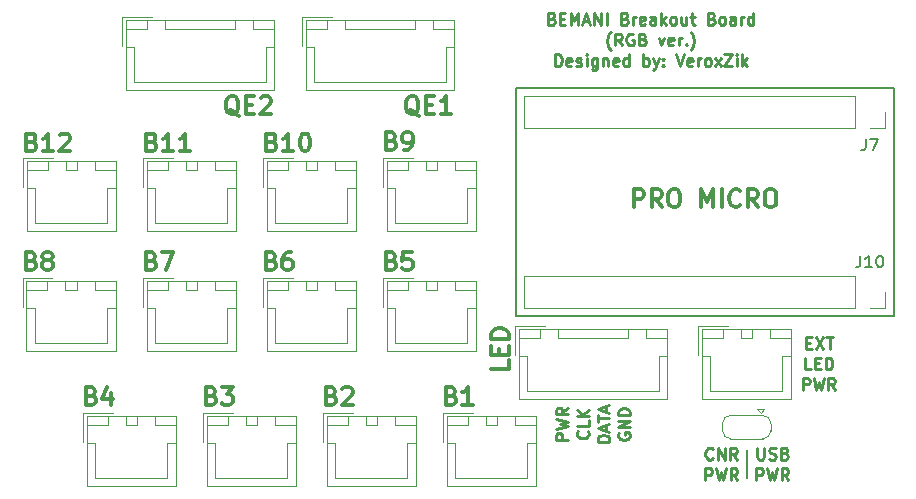
<source format=gbr>
G04 #@! TF.GenerationSoftware,KiCad,Pcbnew,(5.0.0)*
G04 #@! TF.CreationDate,2019-08-26T21:19:04-04:00*
G04 #@! TF.ProjectId,ProMicro-Breakout+RGB,50726F4D6963726F2D427265616B6F75,rev?*
G04 #@! TF.SameCoordinates,Original*
G04 #@! TF.FileFunction,Legend,Top*
G04 #@! TF.FilePolarity,Positive*
%FSLAX46Y46*%
G04 Gerber Fmt 4.6, Leading zero omitted, Abs format (unit mm)*
G04 Created by KiCad (PCBNEW (5.0.0)) date 08/26/19 21:19:04*
%MOMM*%
%LPD*%
G01*
G04 APERTURE LIST*
%ADD10C,0.250000*%
%ADD11C,0.300000*%
%ADD12C,0.200000*%
%ADD13C,0.120000*%
%ADD14C,0.150000*%
G04 APERTURE END LIST*
D10*
X155561380Y-128333333D02*
X154561380Y-128333333D01*
X154561380Y-127952380D01*
X154609000Y-127857142D01*
X154656619Y-127809523D01*
X154751857Y-127761904D01*
X154894714Y-127761904D01*
X154989952Y-127809523D01*
X155037571Y-127857142D01*
X155085190Y-127952380D01*
X155085190Y-128333333D01*
X154561380Y-127428571D02*
X155561380Y-127190476D01*
X154847095Y-127000000D01*
X155561380Y-126809523D01*
X154561380Y-126571428D01*
X155561380Y-125619047D02*
X155085190Y-125952380D01*
X155561380Y-126190476D02*
X154561380Y-126190476D01*
X154561380Y-125809523D01*
X154609000Y-125714285D01*
X154656619Y-125666666D01*
X154751857Y-125619047D01*
X154894714Y-125619047D01*
X154989952Y-125666666D01*
X155037571Y-125714285D01*
X155085190Y-125809523D01*
X155085190Y-126190476D01*
X157216142Y-127595238D02*
X157263761Y-127642857D01*
X157311380Y-127785714D01*
X157311380Y-127880952D01*
X157263761Y-128023809D01*
X157168523Y-128119047D01*
X157073285Y-128166666D01*
X156882809Y-128214285D01*
X156739952Y-128214285D01*
X156549476Y-128166666D01*
X156454238Y-128119047D01*
X156359000Y-128023809D01*
X156311380Y-127880952D01*
X156311380Y-127785714D01*
X156359000Y-127642857D01*
X156406619Y-127595238D01*
X157311380Y-126690476D02*
X157311380Y-127166666D01*
X156311380Y-127166666D01*
X157311380Y-126357142D02*
X156311380Y-126357142D01*
X157311380Y-125785714D02*
X156739952Y-126214285D01*
X156311380Y-125785714D02*
X156882809Y-126357142D01*
X159061380Y-128500000D02*
X158061380Y-128500000D01*
X158061380Y-128261904D01*
X158109000Y-128119047D01*
X158204238Y-128023809D01*
X158299476Y-127976190D01*
X158489952Y-127928571D01*
X158632809Y-127928571D01*
X158823285Y-127976190D01*
X158918523Y-128023809D01*
X159013761Y-128119047D01*
X159061380Y-128261904D01*
X159061380Y-128500000D01*
X158775666Y-127547619D02*
X158775666Y-127071428D01*
X159061380Y-127642857D02*
X158061380Y-127309523D01*
X159061380Y-126976190D01*
X158061380Y-126785714D02*
X158061380Y-126214285D01*
X159061380Y-126500000D02*
X158061380Y-126500000D01*
X158775666Y-125928571D02*
X158775666Y-125452380D01*
X159061380Y-126023809D02*
X158061380Y-125690476D01*
X159061380Y-125357142D01*
X159859000Y-127761904D02*
X159811380Y-127857142D01*
X159811380Y-128000000D01*
X159859000Y-128142857D01*
X159954238Y-128238095D01*
X160049476Y-128285714D01*
X160239952Y-128333333D01*
X160382809Y-128333333D01*
X160573285Y-128285714D01*
X160668523Y-128238095D01*
X160763761Y-128142857D01*
X160811380Y-128000000D01*
X160811380Y-127904761D01*
X160763761Y-127761904D01*
X160716142Y-127714285D01*
X160382809Y-127714285D01*
X160382809Y-127904761D01*
X160811380Y-127285714D02*
X159811380Y-127285714D01*
X160811380Y-126714285D01*
X159811380Y-126714285D01*
X160811380Y-126238095D02*
X159811380Y-126238095D01*
X159811380Y-126000000D01*
X159859000Y-125857142D01*
X159954238Y-125761904D01*
X160049476Y-125714285D01*
X160239952Y-125666666D01*
X160382809Y-125666666D01*
X160573285Y-125714285D01*
X160668523Y-125761904D01*
X160763761Y-125857142D01*
X160811380Y-126000000D01*
X160811380Y-126238095D01*
D11*
X130504571Y-103116857D02*
X130718857Y-103188285D01*
X130790285Y-103259714D01*
X130861714Y-103402571D01*
X130861714Y-103616857D01*
X130790285Y-103759714D01*
X130718857Y-103831142D01*
X130576000Y-103902571D01*
X130004571Y-103902571D01*
X130004571Y-102402571D01*
X130504571Y-102402571D01*
X130647428Y-102474000D01*
X130718857Y-102545428D01*
X130790285Y-102688285D01*
X130790285Y-102831142D01*
X130718857Y-102974000D01*
X130647428Y-103045428D01*
X130504571Y-103116857D01*
X130004571Y-103116857D01*
X132290285Y-103902571D02*
X131433142Y-103902571D01*
X131861714Y-103902571D02*
X131861714Y-102402571D01*
X131718857Y-102616857D01*
X131576000Y-102759714D01*
X131433142Y-102831142D01*
X133218857Y-102402571D02*
X133361714Y-102402571D01*
X133504571Y-102474000D01*
X133576000Y-102545428D01*
X133647428Y-102688285D01*
X133718857Y-102974000D01*
X133718857Y-103331142D01*
X133647428Y-103616857D01*
X133576000Y-103759714D01*
X133504571Y-103831142D01*
X133361714Y-103902571D01*
X133218857Y-103902571D01*
X133076000Y-103831142D01*
X133004571Y-103759714D01*
X132933142Y-103616857D01*
X132861714Y-103331142D01*
X132861714Y-102974000D01*
X132933142Y-102688285D01*
X133004571Y-102545428D01*
X133076000Y-102474000D01*
X133218857Y-102402571D01*
X110184571Y-103116857D02*
X110398857Y-103188285D01*
X110470285Y-103259714D01*
X110541714Y-103402571D01*
X110541714Y-103616857D01*
X110470285Y-103759714D01*
X110398857Y-103831142D01*
X110256000Y-103902571D01*
X109684571Y-103902571D01*
X109684571Y-102402571D01*
X110184571Y-102402571D01*
X110327428Y-102474000D01*
X110398857Y-102545428D01*
X110470285Y-102688285D01*
X110470285Y-102831142D01*
X110398857Y-102974000D01*
X110327428Y-103045428D01*
X110184571Y-103116857D01*
X109684571Y-103116857D01*
X111970285Y-103902571D02*
X111113142Y-103902571D01*
X111541714Y-103902571D02*
X111541714Y-102402571D01*
X111398857Y-102616857D01*
X111256000Y-102759714D01*
X111113142Y-102831142D01*
X112541714Y-102545428D02*
X112613142Y-102474000D01*
X112756000Y-102402571D01*
X113113142Y-102402571D01*
X113256000Y-102474000D01*
X113327428Y-102545428D01*
X113398857Y-102688285D01*
X113398857Y-102831142D01*
X113327428Y-103045428D01*
X112470285Y-103902571D01*
X113398857Y-103902571D01*
X120344571Y-103116857D02*
X120558857Y-103188285D01*
X120630285Y-103259714D01*
X120701714Y-103402571D01*
X120701714Y-103616857D01*
X120630285Y-103759714D01*
X120558857Y-103831142D01*
X120416000Y-103902571D01*
X119844571Y-103902571D01*
X119844571Y-102402571D01*
X120344571Y-102402571D01*
X120487428Y-102474000D01*
X120558857Y-102545428D01*
X120630285Y-102688285D01*
X120630285Y-102831142D01*
X120558857Y-102974000D01*
X120487428Y-103045428D01*
X120344571Y-103116857D01*
X119844571Y-103116857D01*
X122130285Y-103902571D02*
X121273142Y-103902571D01*
X121701714Y-103902571D02*
X121701714Y-102402571D01*
X121558857Y-102616857D01*
X121416000Y-102759714D01*
X121273142Y-102831142D01*
X123558857Y-103902571D02*
X122701714Y-103902571D01*
X123130285Y-103902571D02*
X123130285Y-102402571D01*
X122987428Y-102616857D01*
X122844571Y-102759714D01*
X122701714Y-102831142D01*
X150538571Y-121614285D02*
X150538571Y-122328571D01*
X149038571Y-122328571D01*
X149752857Y-121114285D02*
X149752857Y-120614285D01*
X150538571Y-120400000D02*
X150538571Y-121114285D01*
X149038571Y-121114285D01*
X149038571Y-120400000D01*
X150538571Y-119757142D02*
X149038571Y-119757142D01*
X149038571Y-119400000D01*
X149110000Y-119185714D01*
X149252857Y-119042857D01*
X149395714Y-118971428D01*
X149681428Y-118900000D01*
X149895714Y-118900000D01*
X150181428Y-118971428D01*
X150324285Y-119042857D01*
X150467142Y-119185714D01*
X150538571Y-119400000D01*
X150538571Y-119757142D01*
X127702571Y-100897428D02*
X127559714Y-100826000D01*
X127416857Y-100683142D01*
X127202571Y-100468857D01*
X127059714Y-100397428D01*
X126916857Y-100397428D01*
X126988285Y-100754571D02*
X126845428Y-100683142D01*
X126702571Y-100540285D01*
X126631142Y-100254571D01*
X126631142Y-99754571D01*
X126702571Y-99468857D01*
X126845428Y-99326000D01*
X126988285Y-99254571D01*
X127274000Y-99254571D01*
X127416857Y-99326000D01*
X127559714Y-99468857D01*
X127631142Y-99754571D01*
X127631142Y-100254571D01*
X127559714Y-100540285D01*
X127416857Y-100683142D01*
X127274000Y-100754571D01*
X126988285Y-100754571D01*
X128274000Y-99968857D02*
X128774000Y-99968857D01*
X128988285Y-100754571D02*
X128274000Y-100754571D01*
X128274000Y-99254571D01*
X128988285Y-99254571D01*
X129559714Y-99397428D02*
X129631142Y-99326000D01*
X129774000Y-99254571D01*
X130131142Y-99254571D01*
X130274000Y-99326000D01*
X130345428Y-99397428D01*
X130416857Y-99540285D01*
X130416857Y-99683142D01*
X130345428Y-99897428D01*
X129488285Y-100754571D01*
X130416857Y-100754571D01*
D10*
X175712571Y-120098571D02*
X176045904Y-120098571D01*
X176188761Y-120622380D02*
X175712571Y-120622380D01*
X175712571Y-119622380D01*
X176188761Y-119622380D01*
X176522095Y-119622380D02*
X177188761Y-120622380D01*
X177188761Y-119622380D02*
X176522095Y-120622380D01*
X177426857Y-119622380D02*
X177998285Y-119622380D01*
X177712571Y-120622380D02*
X177712571Y-119622380D01*
X176141142Y-122372380D02*
X175664952Y-122372380D01*
X175664952Y-121372380D01*
X176474476Y-121848571D02*
X176807809Y-121848571D01*
X176950666Y-122372380D02*
X176474476Y-122372380D01*
X176474476Y-121372380D01*
X176950666Y-121372380D01*
X177379238Y-122372380D02*
X177379238Y-121372380D01*
X177617333Y-121372380D01*
X177760190Y-121420000D01*
X177855428Y-121515238D01*
X177903047Y-121610476D01*
X177950666Y-121800952D01*
X177950666Y-121943809D01*
X177903047Y-122134285D01*
X177855428Y-122229523D01*
X177760190Y-122324761D01*
X177617333Y-122372380D01*
X177379238Y-122372380D01*
X175450666Y-124122380D02*
X175450666Y-123122380D01*
X175831619Y-123122380D01*
X175926857Y-123170000D01*
X175974476Y-123217619D01*
X176022095Y-123312857D01*
X176022095Y-123455714D01*
X175974476Y-123550952D01*
X175926857Y-123598571D01*
X175831619Y-123646190D01*
X175450666Y-123646190D01*
X176355428Y-123122380D02*
X176593523Y-124122380D01*
X176784000Y-123408095D01*
X176974476Y-124122380D01*
X177212571Y-123122380D01*
X178164952Y-124122380D02*
X177831619Y-123646190D01*
X177593523Y-124122380D02*
X177593523Y-123122380D01*
X177974476Y-123122380D01*
X178069714Y-123170000D01*
X178117333Y-123217619D01*
X178164952Y-123312857D01*
X178164952Y-123455714D01*
X178117333Y-123550952D01*
X178069714Y-123598571D01*
X177974476Y-123646190D01*
X177593523Y-123646190D01*
D12*
X170688000Y-129159000D02*
X170688000Y-131572000D01*
D10*
X167814714Y-129911142D02*
X167767095Y-129958761D01*
X167624238Y-130006380D01*
X167529000Y-130006380D01*
X167386142Y-129958761D01*
X167290904Y-129863523D01*
X167243285Y-129768285D01*
X167195666Y-129577809D01*
X167195666Y-129434952D01*
X167243285Y-129244476D01*
X167290904Y-129149238D01*
X167386142Y-129054000D01*
X167529000Y-129006380D01*
X167624238Y-129006380D01*
X167767095Y-129054000D01*
X167814714Y-129101619D01*
X168243285Y-130006380D02*
X168243285Y-129006380D01*
X168814714Y-130006380D01*
X168814714Y-129006380D01*
X169862333Y-130006380D02*
X169529000Y-129530190D01*
X169290904Y-130006380D02*
X169290904Y-129006380D01*
X169671857Y-129006380D01*
X169767095Y-129054000D01*
X169814714Y-129101619D01*
X169862333Y-129196857D01*
X169862333Y-129339714D01*
X169814714Y-129434952D01*
X169767095Y-129482571D01*
X169671857Y-129530190D01*
X169290904Y-129530190D01*
X167195666Y-131756380D02*
X167195666Y-130756380D01*
X167576619Y-130756380D01*
X167671857Y-130804000D01*
X167719476Y-130851619D01*
X167767095Y-130946857D01*
X167767095Y-131089714D01*
X167719476Y-131184952D01*
X167671857Y-131232571D01*
X167576619Y-131280190D01*
X167195666Y-131280190D01*
X168100428Y-130756380D02*
X168338523Y-131756380D01*
X168529000Y-131042095D01*
X168719476Y-131756380D01*
X168957571Y-130756380D01*
X169909952Y-131756380D02*
X169576619Y-131280190D01*
X169338523Y-131756380D02*
X169338523Y-130756380D01*
X169719476Y-130756380D01*
X169814714Y-130804000D01*
X169862333Y-130851619D01*
X169909952Y-130946857D01*
X169909952Y-131089714D01*
X169862333Y-131184952D01*
X169814714Y-131232571D01*
X169719476Y-131280190D01*
X169338523Y-131280190D01*
X171585095Y-129006380D02*
X171585095Y-129815904D01*
X171632714Y-129911142D01*
X171680333Y-129958761D01*
X171775571Y-130006380D01*
X171966047Y-130006380D01*
X172061285Y-129958761D01*
X172108904Y-129911142D01*
X172156523Y-129815904D01*
X172156523Y-129006380D01*
X172585095Y-129958761D02*
X172727952Y-130006380D01*
X172966047Y-130006380D01*
X173061285Y-129958761D01*
X173108904Y-129911142D01*
X173156523Y-129815904D01*
X173156523Y-129720666D01*
X173108904Y-129625428D01*
X173061285Y-129577809D01*
X172966047Y-129530190D01*
X172775571Y-129482571D01*
X172680333Y-129434952D01*
X172632714Y-129387333D01*
X172585095Y-129292095D01*
X172585095Y-129196857D01*
X172632714Y-129101619D01*
X172680333Y-129054000D01*
X172775571Y-129006380D01*
X173013666Y-129006380D01*
X173156523Y-129054000D01*
X173918428Y-129482571D02*
X174061285Y-129530190D01*
X174108904Y-129577809D01*
X174156523Y-129673047D01*
X174156523Y-129815904D01*
X174108904Y-129911142D01*
X174061285Y-129958761D01*
X173966047Y-130006380D01*
X173585095Y-130006380D01*
X173585095Y-129006380D01*
X173918428Y-129006380D01*
X174013666Y-129054000D01*
X174061285Y-129101619D01*
X174108904Y-129196857D01*
X174108904Y-129292095D01*
X174061285Y-129387333D01*
X174013666Y-129434952D01*
X173918428Y-129482571D01*
X173585095Y-129482571D01*
X171513666Y-131756380D02*
X171513666Y-130756380D01*
X171894619Y-130756380D01*
X171989857Y-130804000D01*
X172037476Y-130851619D01*
X172085095Y-130946857D01*
X172085095Y-131089714D01*
X172037476Y-131184952D01*
X171989857Y-131232571D01*
X171894619Y-131280190D01*
X171513666Y-131280190D01*
X172418428Y-130756380D02*
X172656523Y-131756380D01*
X172847000Y-131042095D01*
X173037476Y-131756380D01*
X173275571Y-130756380D01*
X174227952Y-131756380D02*
X173894619Y-131280190D01*
X173656523Y-131756380D02*
X173656523Y-130756380D01*
X174037476Y-130756380D01*
X174132714Y-130804000D01*
X174180333Y-130851619D01*
X174227952Y-130946857D01*
X174227952Y-131089714D01*
X174180333Y-131184952D01*
X174132714Y-131232571D01*
X174037476Y-131280190D01*
X173656523Y-131280190D01*
X154202857Y-92666571D02*
X154345714Y-92714190D01*
X154393333Y-92761809D01*
X154440952Y-92857047D01*
X154440952Y-92999904D01*
X154393333Y-93095142D01*
X154345714Y-93142761D01*
X154250476Y-93190380D01*
X153869523Y-93190380D01*
X153869523Y-92190380D01*
X154202857Y-92190380D01*
X154298095Y-92238000D01*
X154345714Y-92285619D01*
X154393333Y-92380857D01*
X154393333Y-92476095D01*
X154345714Y-92571333D01*
X154298095Y-92618952D01*
X154202857Y-92666571D01*
X153869523Y-92666571D01*
X154869523Y-92666571D02*
X155202857Y-92666571D01*
X155345714Y-93190380D02*
X154869523Y-93190380D01*
X154869523Y-92190380D01*
X155345714Y-92190380D01*
X155774285Y-93190380D02*
X155774285Y-92190380D01*
X156107619Y-92904666D01*
X156440952Y-92190380D01*
X156440952Y-93190380D01*
X156869523Y-92904666D02*
X157345714Y-92904666D01*
X156774285Y-93190380D02*
X157107619Y-92190380D01*
X157440952Y-93190380D01*
X157774285Y-93190380D02*
X157774285Y-92190380D01*
X158345714Y-93190380D01*
X158345714Y-92190380D01*
X158821904Y-93190380D02*
X158821904Y-92190380D01*
X160393333Y-92666571D02*
X160536190Y-92714190D01*
X160583809Y-92761809D01*
X160631428Y-92857047D01*
X160631428Y-92999904D01*
X160583809Y-93095142D01*
X160536190Y-93142761D01*
X160440952Y-93190380D01*
X160060000Y-93190380D01*
X160060000Y-92190380D01*
X160393333Y-92190380D01*
X160488571Y-92238000D01*
X160536190Y-92285619D01*
X160583809Y-92380857D01*
X160583809Y-92476095D01*
X160536190Y-92571333D01*
X160488571Y-92618952D01*
X160393333Y-92666571D01*
X160060000Y-92666571D01*
X161060000Y-93190380D02*
X161060000Y-92523714D01*
X161060000Y-92714190D02*
X161107619Y-92618952D01*
X161155238Y-92571333D01*
X161250476Y-92523714D01*
X161345714Y-92523714D01*
X162060000Y-93142761D02*
X161964761Y-93190380D01*
X161774285Y-93190380D01*
X161679047Y-93142761D01*
X161631428Y-93047523D01*
X161631428Y-92666571D01*
X161679047Y-92571333D01*
X161774285Y-92523714D01*
X161964761Y-92523714D01*
X162060000Y-92571333D01*
X162107619Y-92666571D01*
X162107619Y-92761809D01*
X161631428Y-92857047D01*
X162964761Y-93190380D02*
X162964761Y-92666571D01*
X162917142Y-92571333D01*
X162821904Y-92523714D01*
X162631428Y-92523714D01*
X162536190Y-92571333D01*
X162964761Y-93142761D02*
X162869523Y-93190380D01*
X162631428Y-93190380D01*
X162536190Y-93142761D01*
X162488571Y-93047523D01*
X162488571Y-92952285D01*
X162536190Y-92857047D01*
X162631428Y-92809428D01*
X162869523Y-92809428D01*
X162964761Y-92761809D01*
X163440952Y-93190380D02*
X163440952Y-92190380D01*
X163536190Y-92809428D02*
X163821904Y-93190380D01*
X163821904Y-92523714D02*
X163440952Y-92904666D01*
X164393333Y-93190380D02*
X164298095Y-93142761D01*
X164250476Y-93095142D01*
X164202857Y-92999904D01*
X164202857Y-92714190D01*
X164250476Y-92618952D01*
X164298095Y-92571333D01*
X164393333Y-92523714D01*
X164536190Y-92523714D01*
X164631428Y-92571333D01*
X164679047Y-92618952D01*
X164726666Y-92714190D01*
X164726666Y-92999904D01*
X164679047Y-93095142D01*
X164631428Y-93142761D01*
X164536190Y-93190380D01*
X164393333Y-93190380D01*
X165583809Y-92523714D02*
X165583809Y-93190380D01*
X165155238Y-92523714D02*
X165155238Y-93047523D01*
X165202857Y-93142761D01*
X165298095Y-93190380D01*
X165440952Y-93190380D01*
X165536190Y-93142761D01*
X165583809Y-93095142D01*
X165917142Y-92523714D02*
X166298095Y-92523714D01*
X166060000Y-92190380D02*
X166060000Y-93047523D01*
X166107619Y-93142761D01*
X166202857Y-93190380D01*
X166298095Y-93190380D01*
X167726666Y-92666571D02*
X167869523Y-92714190D01*
X167917142Y-92761809D01*
X167964761Y-92857047D01*
X167964761Y-92999904D01*
X167917142Y-93095142D01*
X167869523Y-93142761D01*
X167774285Y-93190380D01*
X167393333Y-93190380D01*
X167393333Y-92190380D01*
X167726666Y-92190380D01*
X167821904Y-92238000D01*
X167869523Y-92285619D01*
X167917142Y-92380857D01*
X167917142Y-92476095D01*
X167869523Y-92571333D01*
X167821904Y-92618952D01*
X167726666Y-92666571D01*
X167393333Y-92666571D01*
X168536190Y-93190380D02*
X168440952Y-93142761D01*
X168393333Y-93095142D01*
X168345714Y-92999904D01*
X168345714Y-92714190D01*
X168393333Y-92618952D01*
X168440952Y-92571333D01*
X168536190Y-92523714D01*
X168679047Y-92523714D01*
X168774285Y-92571333D01*
X168821904Y-92618952D01*
X168869523Y-92714190D01*
X168869523Y-92999904D01*
X168821904Y-93095142D01*
X168774285Y-93142761D01*
X168679047Y-93190380D01*
X168536190Y-93190380D01*
X169726666Y-93190380D02*
X169726666Y-92666571D01*
X169679047Y-92571333D01*
X169583809Y-92523714D01*
X169393333Y-92523714D01*
X169298095Y-92571333D01*
X169726666Y-93142761D02*
X169631428Y-93190380D01*
X169393333Y-93190380D01*
X169298095Y-93142761D01*
X169250476Y-93047523D01*
X169250476Y-92952285D01*
X169298095Y-92857047D01*
X169393333Y-92809428D01*
X169631428Y-92809428D01*
X169726666Y-92761809D01*
X170202857Y-93190380D02*
X170202857Y-92523714D01*
X170202857Y-92714190D02*
X170250476Y-92618952D01*
X170298095Y-92571333D01*
X170393333Y-92523714D01*
X170488571Y-92523714D01*
X171250476Y-93190380D02*
X171250476Y-92190380D01*
X171250476Y-93142761D02*
X171155238Y-93190380D01*
X170964761Y-93190380D01*
X170869523Y-93142761D01*
X170821904Y-93095142D01*
X170774285Y-92999904D01*
X170774285Y-92714190D01*
X170821904Y-92618952D01*
X170869523Y-92571333D01*
X170964761Y-92523714D01*
X171155238Y-92523714D01*
X171250476Y-92571333D01*
X159179047Y-95321333D02*
X159131428Y-95273714D01*
X159036190Y-95130857D01*
X158988571Y-95035619D01*
X158940952Y-94892761D01*
X158893333Y-94654666D01*
X158893333Y-94464190D01*
X158940952Y-94226095D01*
X158988571Y-94083238D01*
X159036190Y-93988000D01*
X159131428Y-93845142D01*
X159179047Y-93797523D01*
X160131428Y-94940380D02*
X159798095Y-94464190D01*
X159560000Y-94940380D02*
X159560000Y-93940380D01*
X159940952Y-93940380D01*
X160036190Y-93988000D01*
X160083809Y-94035619D01*
X160131428Y-94130857D01*
X160131428Y-94273714D01*
X160083809Y-94368952D01*
X160036190Y-94416571D01*
X159940952Y-94464190D01*
X159560000Y-94464190D01*
X161083809Y-93988000D02*
X160988571Y-93940380D01*
X160845714Y-93940380D01*
X160702857Y-93988000D01*
X160607619Y-94083238D01*
X160560000Y-94178476D01*
X160512380Y-94368952D01*
X160512380Y-94511809D01*
X160560000Y-94702285D01*
X160607619Y-94797523D01*
X160702857Y-94892761D01*
X160845714Y-94940380D01*
X160940952Y-94940380D01*
X161083809Y-94892761D01*
X161131428Y-94845142D01*
X161131428Y-94511809D01*
X160940952Y-94511809D01*
X161893333Y-94416571D02*
X162036190Y-94464190D01*
X162083809Y-94511809D01*
X162131428Y-94607047D01*
X162131428Y-94749904D01*
X162083809Y-94845142D01*
X162036190Y-94892761D01*
X161940952Y-94940380D01*
X161560000Y-94940380D01*
X161560000Y-93940380D01*
X161893333Y-93940380D01*
X161988571Y-93988000D01*
X162036190Y-94035619D01*
X162083809Y-94130857D01*
X162083809Y-94226095D01*
X162036190Y-94321333D01*
X161988571Y-94368952D01*
X161893333Y-94416571D01*
X161560000Y-94416571D01*
X163226666Y-94273714D02*
X163464761Y-94940380D01*
X163702857Y-94273714D01*
X164464761Y-94892761D02*
X164369523Y-94940380D01*
X164179047Y-94940380D01*
X164083809Y-94892761D01*
X164036190Y-94797523D01*
X164036190Y-94416571D01*
X164083809Y-94321333D01*
X164179047Y-94273714D01*
X164369523Y-94273714D01*
X164464761Y-94321333D01*
X164512380Y-94416571D01*
X164512380Y-94511809D01*
X164036190Y-94607047D01*
X164940952Y-94940380D02*
X164940952Y-94273714D01*
X164940952Y-94464190D02*
X164988571Y-94368952D01*
X165036190Y-94321333D01*
X165131428Y-94273714D01*
X165226666Y-94273714D01*
X165560000Y-94845142D02*
X165607619Y-94892761D01*
X165560000Y-94940380D01*
X165512380Y-94892761D01*
X165560000Y-94845142D01*
X165560000Y-94940380D01*
X165940952Y-95321333D02*
X165988571Y-95273714D01*
X166083809Y-95130857D01*
X166131428Y-95035619D01*
X166179047Y-94892761D01*
X166226666Y-94654666D01*
X166226666Y-94464190D01*
X166179047Y-94226095D01*
X166131428Y-94083238D01*
X166083809Y-93988000D01*
X165988571Y-93845142D01*
X165940952Y-93797523D01*
X154464761Y-96690380D02*
X154464761Y-95690380D01*
X154702857Y-95690380D01*
X154845714Y-95738000D01*
X154940952Y-95833238D01*
X154988571Y-95928476D01*
X155036190Y-96118952D01*
X155036190Y-96261809D01*
X154988571Y-96452285D01*
X154940952Y-96547523D01*
X154845714Y-96642761D01*
X154702857Y-96690380D01*
X154464761Y-96690380D01*
X155845714Y-96642761D02*
X155750476Y-96690380D01*
X155560000Y-96690380D01*
X155464761Y-96642761D01*
X155417142Y-96547523D01*
X155417142Y-96166571D01*
X155464761Y-96071333D01*
X155560000Y-96023714D01*
X155750476Y-96023714D01*
X155845714Y-96071333D01*
X155893333Y-96166571D01*
X155893333Y-96261809D01*
X155417142Y-96357047D01*
X156274285Y-96642761D02*
X156369523Y-96690380D01*
X156560000Y-96690380D01*
X156655238Y-96642761D01*
X156702857Y-96547523D01*
X156702857Y-96499904D01*
X156655238Y-96404666D01*
X156560000Y-96357047D01*
X156417142Y-96357047D01*
X156321904Y-96309428D01*
X156274285Y-96214190D01*
X156274285Y-96166571D01*
X156321904Y-96071333D01*
X156417142Y-96023714D01*
X156560000Y-96023714D01*
X156655238Y-96071333D01*
X157131428Y-96690380D02*
X157131428Y-96023714D01*
X157131428Y-95690380D02*
X157083809Y-95738000D01*
X157131428Y-95785619D01*
X157179047Y-95738000D01*
X157131428Y-95690380D01*
X157131428Y-95785619D01*
X158036190Y-96023714D02*
X158036190Y-96833238D01*
X157988571Y-96928476D01*
X157940952Y-96976095D01*
X157845714Y-97023714D01*
X157702857Y-97023714D01*
X157607619Y-96976095D01*
X158036190Y-96642761D02*
X157940952Y-96690380D01*
X157750476Y-96690380D01*
X157655238Y-96642761D01*
X157607619Y-96595142D01*
X157560000Y-96499904D01*
X157560000Y-96214190D01*
X157607619Y-96118952D01*
X157655238Y-96071333D01*
X157750476Y-96023714D01*
X157940952Y-96023714D01*
X158036190Y-96071333D01*
X158512380Y-96023714D02*
X158512380Y-96690380D01*
X158512380Y-96118952D02*
X158560000Y-96071333D01*
X158655238Y-96023714D01*
X158798095Y-96023714D01*
X158893333Y-96071333D01*
X158940952Y-96166571D01*
X158940952Y-96690380D01*
X159798095Y-96642761D02*
X159702857Y-96690380D01*
X159512380Y-96690380D01*
X159417142Y-96642761D01*
X159369523Y-96547523D01*
X159369523Y-96166571D01*
X159417142Y-96071333D01*
X159512380Y-96023714D01*
X159702857Y-96023714D01*
X159798095Y-96071333D01*
X159845714Y-96166571D01*
X159845714Y-96261809D01*
X159369523Y-96357047D01*
X160702857Y-96690380D02*
X160702857Y-95690380D01*
X160702857Y-96642761D02*
X160607619Y-96690380D01*
X160417142Y-96690380D01*
X160321904Y-96642761D01*
X160274285Y-96595142D01*
X160226666Y-96499904D01*
X160226666Y-96214190D01*
X160274285Y-96118952D01*
X160321904Y-96071333D01*
X160417142Y-96023714D01*
X160607619Y-96023714D01*
X160702857Y-96071333D01*
X161940952Y-96690380D02*
X161940952Y-95690380D01*
X161940952Y-96071333D02*
X162036190Y-96023714D01*
X162226666Y-96023714D01*
X162321904Y-96071333D01*
X162369523Y-96118952D01*
X162417142Y-96214190D01*
X162417142Y-96499904D01*
X162369523Y-96595142D01*
X162321904Y-96642761D01*
X162226666Y-96690380D01*
X162036190Y-96690380D01*
X161940952Y-96642761D01*
X162750476Y-96023714D02*
X162988571Y-96690380D01*
X163226666Y-96023714D02*
X162988571Y-96690380D01*
X162893333Y-96928476D01*
X162845714Y-96976095D01*
X162750476Y-97023714D01*
X163607619Y-96595142D02*
X163655238Y-96642761D01*
X163607619Y-96690380D01*
X163560000Y-96642761D01*
X163607619Y-96595142D01*
X163607619Y-96690380D01*
X163607619Y-96071333D02*
X163655238Y-96118952D01*
X163607619Y-96166571D01*
X163560000Y-96118952D01*
X163607619Y-96071333D01*
X163607619Y-96166571D01*
X164702857Y-95690380D02*
X165036190Y-96690380D01*
X165369523Y-95690380D01*
X166083809Y-96642761D02*
X165988571Y-96690380D01*
X165798095Y-96690380D01*
X165702857Y-96642761D01*
X165655238Y-96547523D01*
X165655238Y-96166571D01*
X165702857Y-96071333D01*
X165798095Y-96023714D01*
X165988571Y-96023714D01*
X166083809Y-96071333D01*
X166131428Y-96166571D01*
X166131428Y-96261809D01*
X165655238Y-96357047D01*
X166560000Y-96690380D02*
X166560000Y-96023714D01*
X166560000Y-96214190D02*
X166607619Y-96118952D01*
X166655238Y-96071333D01*
X166750476Y-96023714D01*
X166845714Y-96023714D01*
X167321904Y-96690380D02*
X167226666Y-96642761D01*
X167179047Y-96595142D01*
X167131428Y-96499904D01*
X167131428Y-96214190D01*
X167179047Y-96118952D01*
X167226666Y-96071333D01*
X167321904Y-96023714D01*
X167464761Y-96023714D01*
X167560000Y-96071333D01*
X167607619Y-96118952D01*
X167655238Y-96214190D01*
X167655238Y-96499904D01*
X167607619Y-96595142D01*
X167560000Y-96642761D01*
X167464761Y-96690380D01*
X167321904Y-96690380D01*
X167988571Y-96690380D02*
X168512380Y-96023714D01*
X167988571Y-96023714D02*
X168512380Y-96690380D01*
X168798095Y-95690380D02*
X169464761Y-95690380D01*
X168798095Y-96690380D01*
X169464761Y-96690380D01*
X169845714Y-96690380D02*
X169845714Y-96023714D01*
X169845714Y-95690380D02*
X169798095Y-95738000D01*
X169845714Y-95785619D01*
X169893333Y-95738000D01*
X169845714Y-95690380D01*
X169845714Y-95785619D01*
X170321904Y-96690380D02*
X170321904Y-95690380D01*
X170417142Y-96309428D02*
X170702857Y-96690380D01*
X170702857Y-96023714D02*
X170321904Y-96404666D01*
D11*
X142942571Y-100897428D02*
X142799714Y-100826000D01*
X142656857Y-100683142D01*
X142442571Y-100468857D01*
X142299714Y-100397428D01*
X142156857Y-100397428D01*
X142228285Y-100754571D02*
X142085428Y-100683142D01*
X141942571Y-100540285D01*
X141871142Y-100254571D01*
X141871142Y-99754571D01*
X141942571Y-99468857D01*
X142085428Y-99326000D01*
X142228285Y-99254571D01*
X142514000Y-99254571D01*
X142656857Y-99326000D01*
X142799714Y-99468857D01*
X142871142Y-99754571D01*
X142871142Y-100254571D01*
X142799714Y-100540285D01*
X142656857Y-100683142D01*
X142514000Y-100754571D01*
X142228285Y-100754571D01*
X143514000Y-99968857D02*
X144014000Y-99968857D01*
X144228285Y-100754571D02*
X143514000Y-100754571D01*
X143514000Y-99254571D01*
X144228285Y-99254571D01*
X145656857Y-100754571D02*
X144799714Y-100754571D01*
X145228285Y-100754571D02*
X145228285Y-99254571D01*
X145085428Y-99468857D01*
X144942571Y-99611714D01*
X144799714Y-99683142D01*
X140616857Y-103016857D02*
X140831142Y-103088285D01*
X140902571Y-103159714D01*
X140974000Y-103302571D01*
X140974000Y-103516857D01*
X140902571Y-103659714D01*
X140831142Y-103731142D01*
X140688285Y-103802571D01*
X140116857Y-103802571D01*
X140116857Y-102302571D01*
X140616857Y-102302571D01*
X140759714Y-102374000D01*
X140831142Y-102445428D01*
X140902571Y-102588285D01*
X140902571Y-102731142D01*
X140831142Y-102874000D01*
X140759714Y-102945428D01*
X140616857Y-103016857D01*
X140116857Y-103016857D01*
X141688285Y-103802571D02*
X141974000Y-103802571D01*
X142116857Y-103731142D01*
X142188285Y-103659714D01*
X142331142Y-103445428D01*
X142402571Y-103159714D01*
X142402571Y-102588285D01*
X142331142Y-102445428D01*
X142259714Y-102374000D01*
X142116857Y-102302571D01*
X141831142Y-102302571D01*
X141688285Y-102374000D01*
X141616857Y-102445428D01*
X141545428Y-102588285D01*
X141545428Y-102945428D01*
X141616857Y-103088285D01*
X141688285Y-103159714D01*
X141831142Y-103231142D01*
X142116857Y-103231142D01*
X142259714Y-103159714D01*
X142331142Y-103088285D01*
X142402571Y-102945428D01*
X110136857Y-113176857D02*
X110351142Y-113248285D01*
X110422571Y-113319714D01*
X110494000Y-113462571D01*
X110494000Y-113676857D01*
X110422571Y-113819714D01*
X110351142Y-113891142D01*
X110208285Y-113962571D01*
X109636857Y-113962571D01*
X109636857Y-112462571D01*
X110136857Y-112462571D01*
X110279714Y-112534000D01*
X110351142Y-112605428D01*
X110422571Y-112748285D01*
X110422571Y-112891142D01*
X110351142Y-113034000D01*
X110279714Y-113105428D01*
X110136857Y-113176857D01*
X109636857Y-113176857D01*
X111351142Y-113105428D02*
X111208285Y-113034000D01*
X111136857Y-112962571D01*
X111065428Y-112819714D01*
X111065428Y-112748285D01*
X111136857Y-112605428D01*
X111208285Y-112534000D01*
X111351142Y-112462571D01*
X111636857Y-112462571D01*
X111779714Y-112534000D01*
X111851142Y-112605428D01*
X111922571Y-112748285D01*
X111922571Y-112819714D01*
X111851142Y-112962571D01*
X111779714Y-113034000D01*
X111636857Y-113105428D01*
X111351142Y-113105428D01*
X111208285Y-113176857D01*
X111136857Y-113248285D01*
X111065428Y-113391142D01*
X111065428Y-113676857D01*
X111136857Y-113819714D01*
X111208285Y-113891142D01*
X111351142Y-113962571D01*
X111636857Y-113962571D01*
X111779714Y-113891142D01*
X111851142Y-113819714D01*
X111922571Y-113676857D01*
X111922571Y-113391142D01*
X111851142Y-113248285D01*
X111779714Y-113176857D01*
X111636857Y-113105428D01*
X120296857Y-113176857D02*
X120511142Y-113248285D01*
X120582571Y-113319714D01*
X120654000Y-113462571D01*
X120654000Y-113676857D01*
X120582571Y-113819714D01*
X120511142Y-113891142D01*
X120368285Y-113962571D01*
X119796857Y-113962571D01*
X119796857Y-112462571D01*
X120296857Y-112462571D01*
X120439714Y-112534000D01*
X120511142Y-112605428D01*
X120582571Y-112748285D01*
X120582571Y-112891142D01*
X120511142Y-113034000D01*
X120439714Y-113105428D01*
X120296857Y-113176857D01*
X119796857Y-113176857D01*
X121154000Y-112462571D02*
X122154000Y-112462571D01*
X121511142Y-113962571D01*
X130456857Y-113176857D02*
X130671142Y-113248285D01*
X130742571Y-113319714D01*
X130814000Y-113462571D01*
X130814000Y-113676857D01*
X130742571Y-113819714D01*
X130671142Y-113891142D01*
X130528285Y-113962571D01*
X129956857Y-113962571D01*
X129956857Y-112462571D01*
X130456857Y-112462571D01*
X130599714Y-112534000D01*
X130671142Y-112605428D01*
X130742571Y-112748285D01*
X130742571Y-112891142D01*
X130671142Y-113034000D01*
X130599714Y-113105428D01*
X130456857Y-113176857D01*
X129956857Y-113176857D01*
X132099714Y-112462571D02*
X131814000Y-112462571D01*
X131671142Y-112534000D01*
X131599714Y-112605428D01*
X131456857Y-112819714D01*
X131385428Y-113105428D01*
X131385428Y-113676857D01*
X131456857Y-113819714D01*
X131528285Y-113891142D01*
X131671142Y-113962571D01*
X131956857Y-113962571D01*
X132099714Y-113891142D01*
X132171142Y-113819714D01*
X132242571Y-113676857D01*
X132242571Y-113319714D01*
X132171142Y-113176857D01*
X132099714Y-113105428D01*
X131956857Y-113034000D01*
X131671142Y-113034000D01*
X131528285Y-113105428D01*
X131456857Y-113176857D01*
X131385428Y-113319714D01*
X140616857Y-113176857D02*
X140831142Y-113248285D01*
X140902571Y-113319714D01*
X140974000Y-113462571D01*
X140974000Y-113676857D01*
X140902571Y-113819714D01*
X140831142Y-113891142D01*
X140688285Y-113962571D01*
X140116857Y-113962571D01*
X140116857Y-112462571D01*
X140616857Y-112462571D01*
X140759714Y-112534000D01*
X140831142Y-112605428D01*
X140902571Y-112748285D01*
X140902571Y-112891142D01*
X140831142Y-113034000D01*
X140759714Y-113105428D01*
X140616857Y-113176857D01*
X140116857Y-113176857D01*
X142331142Y-112462571D02*
X141616857Y-112462571D01*
X141545428Y-113176857D01*
X141616857Y-113105428D01*
X141759714Y-113034000D01*
X142116857Y-113034000D01*
X142259714Y-113105428D01*
X142331142Y-113176857D01*
X142402571Y-113319714D01*
X142402571Y-113676857D01*
X142331142Y-113819714D01*
X142259714Y-113891142D01*
X142116857Y-113962571D01*
X141759714Y-113962571D01*
X141616857Y-113891142D01*
X141545428Y-113819714D01*
X115216857Y-124606857D02*
X115431142Y-124678285D01*
X115502571Y-124749714D01*
X115574000Y-124892571D01*
X115574000Y-125106857D01*
X115502571Y-125249714D01*
X115431142Y-125321142D01*
X115288285Y-125392571D01*
X114716857Y-125392571D01*
X114716857Y-123892571D01*
X115216857Y-123892571D01*
X115359714Y-123964000D01*
X115431142Y-124035428D01*
X115502571Y-124178285D01*
X115502571Y-124321142D01*
X115431142Y-124464000D01*
X115359714Y-124535428D01*
X115216857Y-124606857D01*
X114716857Y-124606857D01*
X116859714Y-124392571D02*
X116859714Y-125392571D01*
X116502571Y-123821142D02*
X116145428Y-124892571D01*
X117074000Y-124892571D01*
X125376857Y-124606857D02*
X125591142Y-124678285D01*
X125662571Y-124749714D01*
X125734000Y-124892571D01*
X125734000Y-125106857D01*
X125662571Y-125249714D01*
X125591142Y-125321142D01*
X125448285Y-125392571D01*
X124876857Y-125392571D01*
X124876857Y-123892571D01*
X125376857Y-123892571D01*
X125519714Y-123964000D01*
X125591142Y-124035428D01*
X125662571Y-124178285D01*
X125662571Y-124321142D01*
X125591142Y-124464000D01*
X125519714Y-124535428D01*
X125376857Y-124606857D01*
X124876857Y-124606857D01*
X126234000Y-123892571D02*
X127162571Y-123892571D01*
X126662571Y-124464000D01*
X126876857Y-124464000D01*
X127019714Y-124535428D01*
X127091142Y-124606857D01*
X127162571Y-124749714D01*
X127162571Y-125106857D01*
X127091142Y-125249714D01*
X127019714Y-125321142D01*
X126876857Y-125392571D01*
X126448285Y-125392571D01*
X126305428Y-125321142D01*
X126234000Y-125249714D01*
X135536857Y-124606857D02*
X135751142Y-124678285D01*
X135822571Y-124749714D01*
X135894000Y-124892571D01*
X135894000Y-125106857D01*
X135822571Y-125249714D01*
X135751142Y-125321142D01*
X135608285Y-125392571D01*
X135036857Y-125392571D01*
X135036857Y-123892571D01*
X135536857Y-123892571D01*
X135679714Y-123964000D01*
X135751142Y-124035428D01*
X135822571Y-124178285D01*
X135822571Y-124321142D01*
X135751142Y-124464000D01*
X135679714Y-124535428D01*
X135536857Y-124606857D01*
X135036857Y-124606857D01*
X136465428Y-124035428D02*
X136536857Y-123964000D01*
X136679714Y-123892571D01*
X137036857Y-123892571D01*
X137179714Y-123964000D01*
X137251142Y-124035428D01*
X137322571Y-124178285D01*
X137322571Y-124321142D01*
X137251142Y-124535428D01*
X136394000Y-125392571D01*
X137322571Y-125392571D01*
X145696857Y-124606857D02*
X145911142Y-124678285D01*
X145982571Y-124749714D01*
X146054000Y-124892571D01*
X146054000Y-125106857D01*
X145982571Y-125249714D01*
X145911142Y-125321142D01*
X145768285Y-125392571D01*
X145196857Y-125392571D01*
X145196857Y-123892571D01*
X145696857Y-123892571D01*
X145839714Y-123964000D01*
X145911142Y-124035428D01*
X145982571Y-124178285D01*
X145982571Y-124321142D01*
X145911142Y-124464000D01*
X145839714Y-124535428D01*
X145696857Y-124606857D01*
X145196857Y-124606857D01*
X147482571Y-125392571D02*
X146625428Y-125392571D01*
X147054000Y-125392571D02*
X147054000Y-123892571D01*
X146911142Y-124106857D01*
X146768285Y-124249714D01*
X146625428Y-124321142D01*
D12*
X151130000Y-117856000D02*
X151130000Y-98552000D01*
X183134000Y-117856000D02*
X151130000Y-117856000D01*
X183134000Y-98552000D02*
X183134000Y-117856000D01*
X151130000Y-98552000D02*
X183134000Y-98552000D01*
D11*
X161132000Y-108628571D02*
X161132000Y-107128571D01*
X161703428Y-107128571D01*
X161846285Y-107200000D01*
X161917714Y-107271428D01*
X161989142Y-107414285D01*
X161989142Y-107628571D01*
X161917714Y-107771428D01*
X161846285Y-107842857D01*
X161703428Y-107914285D01*
X161132000Y-107914285D01*
X163489142Y-108628571D02*
X162989142Y-107914285D01*
X162632000Y-108628571D02*
X162632000Y-107128571D01*
X163203428Y-107128571D01*
X163346285Y-107200000D01*
X163417714Y-107271428D01*
X163489142Y-107414285D01*
X163489142Y-107628571D01*
X163417714Y-107771428D01*
X163346285Y-107842857D01*
X163203428Y-107914285D01*
X162632000Y-107914285D01*
X164417714Y-107128571D02*
X164703428Y-107128571D01*
X164846285Y-107200000D01*
X164989142Y-107342857D01*
X165060571Y-107628571D01*
X165060571Y-108128571D01*
X164989142Y-108414285D01*
X164846285Y-108557142D01*
X164703428Y-108628571D01*
X164417714Y-108628571D01*
X164274857Y-108557142D01*
X164132000Y-108414285D01*
X164060571Y-108128571D01*
X164060571Y-107628571D01*
X164132000Y-107342857D01*
X164274857Y-107200000D01*
X164417714Y-107128571D01*
X166846285Y-108628571D02*
X166846285Y-107128571D01*
X167346285Y-108200000D01*
X167846285Y-107128571D01*
X167846285Y-108628571D01*
X168560571Y-108628571D02*
X168560571Y-107128571D01*
X170132000Y-108485714D02*
X170060571Y-108557142D01*
X169846285Y-108628571D01*
X169703428Y-108628571D01*
X169489142Y-108557142D01*
X169346285Y-108414285D01*
X169274857Y-108271428D01*
X169203428Y-107985714D01*
X169203428Y-107771428D01*
X169274857Y-107485714D01*
X169346285Y-107342857D01*
X169489142Y-107200000D01*
X169703428Y-107128571D01*
X169846285Y-107128571D01*
X170060571Y-107200000D01*
X170132000Y-107271428D01*
X171632000Y-108628571D02*
X171132000Y-107914285D01*
X170774857Y-108628571D02*
X170774857Y-107128571D01*
X171346285Y-107128571D01*
X171489142Y-107200000D01*
X171560571Y-107271428D01*
X171632000Y-107414285D01*
X171632000Y-107628571D01*
X171560571Y-107771428D01*
X171489142Y-107842857D01*
X171346285Y-107914285D01*
X170774857Y-107914285D01*
X172560571Y-107128571D02*
X172846285Y-107128571D01*
X172989142Y-107200000D01*
X173132000Y-107342857D01*
X173203428Y-107628571D01*
X173203428Y-108128571D01*
X173132000Y-108414285D01*
X172989142Y-108557142D01*
X172846285Y-108628571D01*
X172560571Y-108628571D01*
X172417714Y-108557142D01*
X172274857Y-108414285D01*
X172203428Y-108128571D01*
X172203428Y-107628571D01*
X172274857Y-107342857D01*
X172417714Y-107200000D01*
X172560571Y-107128571D01*
D13*
G04 #@! TO.C,J2*
X117800000Y-92500000D02*
X117800000Y-95000000D01*
X120300000Y-92500000D02*
X117800000Y-92500000D01*
X129950000Y-98000000D02*
X124400000Y-98000000D01*
X129950000Y-95050000D02*
X129950000Y-98000000D01*
X130700000Y-95050000D02*
X129950000Y-95050000D01*
X118850000Y-98000000D02*
X124400000Y-98000000D01*
X118850000Y-95050000D02*
X118850000Y-98000000D01*
X118100000Y-95050000D02*
X118850000Y-95050000D01*
X130700000Y-92800000D02*
X128900000Y-92800000D01*
X130700000Y-93550000D02*
X130700000Y-92800000D01*
X128900000Y-93550000D02*
X130700000Y-93550000D01*
X128900000Y-92800000D02*
X128900000Y-93550000D01*
X119900000Y-92800000D02*
X118100000Y-92800000D01*
X119900000Y-93550000D02*
X119900000Y-92800000D01*
X118100000Y-93550000D02*
X119900000Y-93550000D01*
X118100000Y-92800000D02*
X118100000Y-93550000D01*
X127400000Y-92800000D02*
X121400000Y-92800000D01*
X127400000Y-93550000D02*
X127400000Y-92800000D01*
X121400000Y-93550000D02*
X127400000Y-93550000D01*
X121400000Y-92800000D02*
X121400000Y-93550000D01*
X130700000Y-92800000D02*
X118100000Y-92800000D01*
X130700000Y-98750000D02*
X130700000Y-92800000D01*
X118100000Y-98750000D02*
X130700000Y-98750000D01*
X118100000Y-92800000D02*
X118100000Y-98750000D01*
G04 #@! TO.C,J5*
X124658000Y-126028000D02*
X124658000Y-128528000D01*
X127158000Y-126028000D02*
X124658000Y-126028000D01*
X131808000Y-131528000D02*
X128758000Y-131528000D01*
X131808000Y-128578000D02*
X131808000Y-131528000D01*
X132558000Y-128578000D02*
X131808000Y-128578000D01*
X125708000Y-131528000D02*
X128758000Y-131528000D01*
X125708000Y-128578000D02*
X125708000Y-131528000D01*
X124958000Y-128578000D02*
X125708000Y-128578000D01*
X132558000Y-126328000D02*
X130758000Y-126328000D01*
X132558000Y-127078000D02*
X132558000Y-126328000D01*
X130758000Y-127078000D02*
X132558000Y-127078000D01*
X130758000Y-126328000D02*
X130758000Y-127078000D01*
X126758000Y-126328000D02*
X124958000Y-126328000D01*
X126758000Y-127078000D02*
X126758000Y-126328000D01*
X124958000Y-127078000D02*
X126758000Y-127078000D01*
X124958000Y-126328000D02*
X124958000Y-127078000D01*
X129258000Y-126328000D02*
X128258000Y-126328000D01*
X129258000Y-127078000D02*
X129258000Y-126328000D01*
X128258000Y-127078000D02*
X129258000Y-127078000D01*
X128258000Y-126328000D02*
X128258000Y-127078000D01*
X132558000Y-126328000D02*
X124958000Y-126328000D01*
X132558000Y-132278000D02*
X132558000Y-126328000D01*
X124958000Y-132278000D02*
X132558000Y-132278000D01*
X124958000Y-126328000D02*
X124958000Y-132278000D01*
G04 #@! TO.C,J12*
X109678000Y-114898000D02*
X109678000Y-120848000D01*
X109678000Y-120848000D02*
X117278000Y-120848000D01*
X117278000Y-120848000D02*
X117278000Y-114898000D01*
X117278000Y-114898000D02*
X109678000Y-114898000D01*
X112978000Y-114898000D02*
X112978000Y-115648000D01*
X112978000Y-115648000D02*
X113978000Y-115648000D01*
X113978000Y-115648000D02*
X113978000Y-114898000D01*
X113978000Y-114898000D02*
X112978000Y-114898000D01*
X109678000Y-114898000D02*
X109678000Y-115648000D01*
X109678000Y-115648000D02*
X111478000Y-115648000D01*
X111478000Y-115648000D02*
X111478000Y-114898000D01*
X111478000Y-114898000D02*
X109678000Y-114898000D01*
X115478000Y-114898000D02*
X115478000Y-115648000D01*
X115478000Y-115648000D02*
X117278000Y-115648000D01*
X117278000Y-115648000D02*
X117278000Y-114898000D01*
X117278000Y-114898000D02*
X115478000Y-114898000D01*
X109678000Y-117148000D02*
X110428000Y-117148000D01*
X110428000Y-117148000D02*
X110428000Y-120098000D01*
X110428000Y-120098000D02*
X113478000Y-120098000D01*
X117278000Y-117148000D02*
X116528000Y-117148000D01*
X116528000Y-117148000D02*
X116528000Y-120098000D01*
X116528000Y-120098000D02*
X113478000Y-120098000D01*
X111878000Y-114598000D02*
X109378000Y-114598000D01*
X109378000Y-114598000D02*
X109378000Y-117098000D01*
G04 #@! TO.C,J3*
X144978000Y-126028000D02*
X144978000Y-128528000D01*
X147478000Y-126028000D02*
X144978000Y-126028000D01*
X152128000Y-131528000D02*
X149078000Y-131528000D01*
X152128000Y-128578000D02*
X152128000Y-131528000D01*
X152878000Y-128578000D02*
X152128000Y-128578000D01*
X146028000Y-131528000D02*
X149078000Y-131528000D01*
X146028000Y-128578000D02*
X146028000Y-131528000D01*
X145278000Y-128578000D02*
X146028000Y-128578000D01*
X152878000Y-126328000D02*
X151078000Y-126328000D01*
X152878000Y-127078000D02*
X152878000Y-126328000D01*
X151078000Y-127078000D02*
X152878000Y-127078000D01*
X151078000Y-126328000D02*
X151078000Y-127078000D01*
X147078000Y-126328000D02*
X145278000Y-126328000D01*
X147078000Y-127078000D02*
X147078000Y-126328000D01*
X145278000Y-127078000D02*
X147078000Y-127078000D01*
X145278000Y-126328000D02*
X145278000Y-127078000D01*
X149578000Y-126328000D02*
X148578000Y-126328000D01*
X149578000Y-127078000D02*
X149578000Y-126328000D01*
X148578000Y-127078000D02*
X149578000Y-127078000D01*
X148578000Y-126328000D02*
X148578000Y-127078000D01*
X152878000Y-126328000D02*
X145278000Y-126328000D01*
X152878000Y-132278000D02*
X152878000Y-126328000D01*
X145278000Y-132278000D02*
X152878000Y-132278000D01*
X145278000Y-126328000D02*
X145278000Y-132278000D01*
G04 #@! TO.C,J4*
X135118000Y-126328000D02*
X135118000Y-132278000D01*
X135118000Y-132278000D02*
X142718000Y-132278000D01*
X142718000Y-132278000D02*
X142718000Y-126328000D01*
X142718000Y-126328000D02*
X135118000Y-126328000D01*
X138418000Y-126328000D02*
X138418000Y-127078000D01*
X138418000Y-127078000D02*
X139418000Y-127078000D01*
X139418000Y-127078000D02*
X139418000Y-126328000D01*
X139418000Y-126328000D02*
X138418000Y-126328000D01*
X135118000Y-126328000D02*
X135118000Y-127078000D01*
X135118000Y-127078000D02*
X136918000Y-127078000D01*
X136918000Y-127078000D02*
X136918000Y-126328000D01*
X136918000Y-126328000D02*
X135118000Y-126328000D01*
X140918000Y-126328000D02*
X140918000Y-127078000D01*
X140918000Y-127078000D02*
X142718000Y-127078000D01*
X142718000Y-127078000D02*
X142718000Y-126328000D01*
X142718000Y-126328000D02*
X140918000Y-126328000D01*
X135118000Y-128578000D02*
X135868000Y-128578000D01*
X135868000Y-128578000D02*
X135868000Y-131528000D01*
X135868000Y-131528000D02*
X138918000Y-131528000D01*
X142718000Y-128578000D02*
X141968000Y-128578000D01*
X141968000Y-128578000D02*
X141968000Y-131528000D01*
X141968000Y-131528000D02*
X138918000Y-131528000D01*
X137318000Y-126028000D02*
X134818000Y-126028000D01*
X134818000Y-126028000D02*
X134818000Y-128528000D01*
G04 #@! TO.C,J6*
X114498000Y-126028000D02*
X114498000Y-128528000D01*
X116998000Y-126028000D02*
X114498000Y-126028000D01*
X121648000Y-131528000D02*
X118598000Y-131528000D01*
X121648000Y-128578000D02*
X121648000Y-131528000D01*
X122398000Y-128578000D02*
X121648000Y-128578000D01*
X115548000Y-131528000D02*
X118598000Y-131528000D01*
X115548000Y-128578000D02*
X115548000Y-131528000D01*
X114798000Y-128578000D02*
X115548000Y-128578000D01*
X122398000Y-126328000D02*
X120598000Y-126328000D01*
X122398000Y-127078000D02*
X122398000Y-126328000D01*
X120598000Y-127078000D02*
X122398000Y-127078000D01*
X120598000Y-126328000D02*
X120598000Y-127078000D01*
X116598000Y-126328000D02*
X114798000Y-126328000D01*
X116598000Y-127078000D02*
X116598000Y-126328000D01*
X114798000Y-127078000D02*
X116598000Y-127078000D01*
X114798000Y-126328000D02*
X114798000Y-127078000D01*
X119098000Y-126328000D02*
X118098000Y-126328000D01*
X119098000Y-127078000D02*
X119098000Y-126328000D01*
X118098000Y-127078000D02*
X119098000Y-127078000D01*
X118098000Y-126328000D02*
X118098000Y-127078000D01*
X122398000Y-126328000D02*
X114798000Y-126328000D01*
X122398000Y-132278000D02*
X122398000Y-126328000D01*
X114798000Y-132278000D02*
X122398000Y-132278000D01*
X114798000Y-126328000D02*
X114798000Y-132278000D01*
G04 #@! TO.C,J17*
X109718000Y-104738000D02*
X109718000Y-110688000D01*
X109718000Y-110688000D02*
X117318000Y-110688000D01*
X117318000Y-110688000D02*
X117318000Y-104738000D01*
X117318000Y-104738000D02*
X109718000Y-104738000D01*
X113018000Y-104738000D02*
X113018000Y-105488000D01*
X113018000Y-105488000D02*
X114018000Y-105488000D01*
X114018000Y-105488000D02*
X114018000Y-104738000D01*
X114018000Y-104738000D02*
X113018000Y-104738000D01*
X109718000Y-104738000D02*
X109718000Y-105488000D01*
X109718000Y-105488000D02*
X111518000Y-105488000D01*
X111518000Y-105488000D02*
X111518000Y-104738000D01*
X111518000Y-104738000D02*
X109718000Y-104738000D01*
X115518000Y-104738000D02*
X115518000Y-105488000D01*
X115518000Y-105488000D02*
X117318000Y-105488000D01*
X117318000Y-105488000D02*
X117318000Y-104738000D01*
X117318000Y-104738000D02*
X115518000Y-104738000D01*
X109718000Y-106988000D02*
X110468000Y-106988000D01*
X110468000Y-106988000D02*
X110468000Y-109938000D01*
X110468000Y-109938000D02*
X113518000Y-109938000D01*
X117318000Y-106988000D02*
X116568000Y-106988000D01*
X116568000Y-106988000D02*
X116568000Y-109938000D01*
X116568000Y-109938000D02*
X113518000Y-109938000D01*
X111918000Y-104438000D02*
X109418000Y-104438000D01*
X109418000Y-104438000D02*
X109418000Y-106938000D01*
G04 #@! TO.C,J16*
X119578000Y-104438000D02*
X119578000Y-106938000D01*
X122078000Y-104438000D02*
X119578000Y-104438000D01*
X126728000Y-109938000D02*
X123678000Y-109938000D01*
X126728000Y-106988000D02*
X126728000Y-109938000D01*
X127478000Y-106988000D02*
X126728000Y-106988000D01*
X120628000Y-109938000D02*
X123678000Y-109938000D01*
X120628000Y-106988000D02*
X120628000Y-109938000D01*
X119878000Y-106988000D02*
X120628000Y-106988000D01*
X127478000Y-104738000D02*
X125678000Y-104738000D01*
X127478000Y-105488000D02*
X127478000Y-104738000D01*
X125678000Y-105488000D02*
X127478000Y-105488000D01*
X125678000Y-104738000D02*
X125678000Y-105488000D01*
X121678000Y-104738000D02*
X119878000Y-104738000D01*
X121678000Y-105488000D02*
X121678000Y-104738000D01*
X119878000Y-105488000D02*
X121678000Y-105488000D01*
X119878000Y-104738000D02*
X119878000Y-105488000D01*
X124178000Y-104738000D02*
X123178000Y-104738000D01*
X124178000Y-105488000D02*
X124178000Y-104738000D01*
X123178000Y-105488000D02*
X124178000Y-105488000D01*
X123178000Y-104738000D02*
X123178000Y-105488000D01*
X127478000Y-104738000D02*
X119878000Y-104738000D01*
X127478000Y-110688000D02*
X127478000Y-104738000D01*
X119878000Y-110688000D02*
X127478000Y-110688000D01*
X119878000Y-104738000D02*
X119878000Y-110688000D01*
G04 #@! TO.C,J15*
X130038000Y-104738000D02*
X130038000Y-110688000D01*
X130038000Y-110688000D02*
X137638000Y-110688000D01*
X137638000Y-110688000D02*
X137638000Y-104738000D01*
X137638000Y-104738000D02*
X130038000Y-104738000D01*
X133338000Y-104738000D02*
X133338000Y-105488000D01*
X133338000Y-105488000D02*
X134338000Y-105488000D01*
X134338000Y-105488000D02*
X134338000Y-104738000D01*
X134338000Y-104738000D02*
X133338000Y-104738000D01*
X130038000Y-104738000D02*
X130038000Y-105488000D01*
X130038000Y-105488000D02*
X131838000Y-105488000D01*
X131838000Y-105488000D02*
X131838000Y-104738000D01*
X131838000Y-104738000D02*
X130038000Y-104738000D01*
X135838000Y-104738000D02*
X135838000Y-105488000D01*
X135838000Y-105488000D02*
X137638000Y-105488000D01*
X137638000Y-105488000D02*
X137638000Y-104738000D01*
X137638000Y-104738000D02*
X135838000Y-104738000D01*
X130038000Y-106988000D02*
X130788000Y-106988000D01*
X130788000Y-106988000D02*
X130788000Y-109938000D01*
X130788000Y-109938000D02*
X133838000Y-109938000D01*
X137638000Y-106988000D02*
X136888000Y-106988000D01*
X136888000Y-106988000D02*
X136888000Y-109938000D01*
X136888000Y-109938000D02*
X133838000Y-109938000D01*
X132238000Y-104438000D02*
X129738000Y-104438000D01*
X129738000Y-104438000D02*
X129738000Y-106938000D01*
G04 #@! TO.C,J14*
X139898000Y-104438000D02*
X139898000Y-106938000D01*
X142398000Y-104438000D02*
X139898000Y-104438000D01*
X147048000Y-109938000D02*
X143998000Y-109938000D01*
X147048000Y-106988000D02*
X147048000Y-109938000D01*
X147798000Y-106988000D02*
X147048000Y-106988000D01*
X140948000Y-109938000D02*
X143998000Y-109938000D01*
X140948000Y-106988000D02*
X140948000Y-109938000D01*
X140198000Y-106988000D02*
X140948000Y-106988000D01*
X147798000Y-104738000D02*
X145998000Y-104738000D01*
X147798000Y-105488000D02*
X147798000Y-104738000D01*
X145998000Y-105488000D02*
X147798000Y-105488000D01*
X145998000Y-104738000D02*
X145998000Y-105488000D01*
X141998000Y-104738000D02*
X140198000Y-104738000D01*
X141998000Y-105488000D02*
X141998000Y-104738000D01*
X140198000Y-105488000D02*
X141998000Y-105488000D01*
X140198000Y-104738000D02*
X140198000Y-105488000D01*
X144498000Y-104738000D02*
X143498000Y-104738000D01*
X144498000Y-105488000D02*
X144498000Y-104738000D01*
X143498000Y-105488000D02*
X144498000Y-105488000D01*
X143498000Y-104738000D02*
X143498000Y-105488000D01*
X147798000Y-104738000D02*
X140198000Y-104738000D01*
X147798000Y-110688000D02*
X147798000Y-104738000D01*
X140198000Y-110688000D02*
X147798000Y-110688000D01*
X140198000Y-104738000D02*
X140198000Y-110688000D01*
G04 #@! TO.C,J11*
X119878000Y-114898000D02*
X119878000Y-120848000D01*
X119878000Y-120848000D02*
X127478000Y-120848000D01*
X127478000Y-120848000D02*
X127478000Y-114898000D01*
X127478000Y-114898000D02*
X119878000Y-114898000D01*
X123178000Y-114898000D02*
X123178000Y-115648000D01*
X123178000Y-115648000D02*
X124178000Y-115648000D01*
X124178000Y-115648000D02*
X124178000Y-114898000D01*
X124178000Y-114898000D02*
X123178000Y-114898000D01*
X119878000Y-114898000D02*
X119878000Y-115648000D01*
X119878000Y-115648000D02*
X121678000Y-115648000D01*
X121678000Y-115648000D02*
X121678000Y-114898000D01*
X121678000Y-114898000D02*
X119878000Y-114898000D01*
X125678000Y-114898000D02*
X125678000Y-115648000D01*
X125678000Y-115648000D02*
X127478000Y-115648000D01*
X127478000Y-115648000D02*
X127478000Y-114898000D01*
X127478000Y-114898000D02*
X125678000Y-114898000D01*
X119878000Y-117148000D02*
X120628000Y-117148000D01*
X120628000Y-117148000D02*
X120628000Y-120098000D01*
X120628000Y-120098000D02*
X123678000Y-120098000D01*
X127478000Y-117148000D02*
X126728000Y-117148000D01*
X126728000Y-117148000D02*
X126728000Y-120098000D01*
X126728000Y-120098000D02*
X123678000Y-120098000D01*
X122078000Y-114598000D02*
X119578000Y-114598000D01*
X119578000Y-114598000D02*
X119578000Y-117098000D01*
G04 #@! TO.C,J9*
X129738000Y-114598000D02*
X129738000Y-117098000D01*
X132238000Y-114598000D02*
X129738000Y-114598000D01*
X136888000Y-120098000D02*
X133838000Y-120098000D01*
X136888000Y-117148000D02*
X136888000Y-120098000D01*
X137638000Y-117148000D02*
X136888000Y-117148000D01*
X130788000Y-120098000D02*
X133838000Y-120098000D01*
X130788000Y-117148000D02*
X130788000Y-120098000D01*
X130038000Y-117148000D02*
X130788000Y-117148000D01*
X137638000Y-114898000D02*
X135838000Y-114898000D01*
X137638000Y-115648000D02*
X137638000Y-114898000D01*
X135838000Y-115648000D02*
X137638000Y-115648000D01*
X135838000Y-114898000D02*
X135838000Y-115648000D01*
X131838000Y-114898000D02*
X130038000Y-114898000D01*
X131838000Y-115648000D02*
X131838000Y-114898000D01*
X130038000Y-115648000D02*
X131838000Y-115648000D01*
X130038000Y-114898000D02*
X130038000Y-115648000D01*
X134338000Y-114898000D02*
X133338000Y-114898000D01*
X134338000Y-115648000D02*
X134338000Y-114898000D01*
X133338000Y-115648000D02*
X134338000Y-115648000D01*
X133338000Y-114898000D02*
X133338000Y-115648000D01*
X137638000Y-114898000D02*
X130038000Y-114898000D01*
X137638000Y-120848000D02*
X137638000Y-114898000D01*
X130038000Y-120848000D02*
X137638000Y-120848000D01*
X130038000Y-114898000D02*
X130038000Y-120848000D01*
G04 #@! TO.C,J8*
X140198000Y-114898000D02*
X140198000Y-120848000D01*
X140198000Y-120848000D02*
X147798000Y-120848000D01*
X147798000Y-120848000D02*
X147798000Y-114898000D01*
X147798000Y-114898000D02*
X140198000Y-114898000D01*
X143498000Y-114898000D02*
X143498000Y-115648000D01*
X143498000Y-115648000D02*
X144498000Y-115648000D01*
X144498000Y-115648000D02*
X144498000Y-114898000D01*
X144498000Y-114898000D02*
X143498000Y-114898000D01*
X140198000Y-114898000D02*
X140198000Y-115648000D01*
X140198000Y-115648000D02*
X141998000Y-115648000D01*
X141998000Y-115648000D02*
X141998000Y-114898000D01*
X141998000Y-114898000D02*
X140198000Y-114898000D01*
X145998000Y-114898000D02*
X145998000Y-115648000D01*
X145998000Y-115648000D02*
X147798000Y-115648000D01*
X147798000Y-115648000D02*
X147798000Y-114898000D01*
X147798000Y-114898000D02*
X145998000Y-114898000D01*
X140198000Y-117148000D02*
X140948000Y-117148000D01*
X140948000Y-117148000D02*
X140948000Y-120098000D01*
X140948000Y-120098000D02*
X143998000Y-120098000D01*
X147798000Y-117148000D02*
X147048000Y-117148000D01*
X147048000Y-117148000D02*
X147048000Y-120098000D01*
X147048000Y-120098000D02*
X143998000Y-120098000D01*
X142398000Y-114598000D02*
X139898000Y-114598000D01*
X139898000Y-114598000D02*
X139898000Y-117098000D01*
G04 #@! TO.C,J18*
X151074000Y-118662000D02*
X151074000Y-121162000D01*
X153574000Y-118662000D02*
X151074000Y-118662000D01*
X163224000Y-124162000D02*
X157674000Y-124162000D01*
X163224000Y-121212000D02*
X163224000Y-124162000D01*
X163974000Y-121212000D02*
X163224000Y-121212000D01*
X152124000Y-124162000D02*
X157674000Y-124162000D01*
X152124000Y-121212000D02*
X152124000Y-124162000D01*
X151374000Y-121212000D02*
X152124000Y-121212000D01*
X163974000Y-118962000D02*
X162174000Y-118962000D01*
X163974000Y-119712000D02*
X163974000Y-118962000D01*
X162174000Y-119712000D02*
X163974000Y-119712000D01*
X162174000Y-118962000D02*
X162174000Y-119712000D01*
X153174000Y-118962000D02*
X151374000Y-118962000D01*
X153174000Y-119712000D02*
X153174000Y-118962000D01*
X151374000Y-119712000D02*
X153174000Y-119712000D01*
X151374000Y-118962000D02*
X151374000Y-119712000D01*
X160674000Y-118962000D02*
X154674000Y-118962000D01*
X160674000Y-119712000D02*
X160674000Y-118962000D01*
X154674000Y-119712000D02*
X160674000Y-119712000D01*
X154674000Y-118962000D02*
X154674000Y-119712000D01*
X163974000Y-118962000D02*
X151374000Y-118962000D01*
X163974000Y-124912000D02*
X163974000Y-118962000D01*
X151374000Y-124912000D02*
X163974000Y-124912000D01*
X151374000Y-118962000D02*
X151374000Y-124912000D01*
G04 #@! TO.C,J7*
X182432000Y-100584000D02*
X182432000Y-101914000D01*
X182432000Y-101914000D02*
X181102000Y-101914000D01*
X179832000Y-101914000D02*
X151832000Y-101914000D01*
X151832000Y-99254000D02*
X151832000Y-101914000D01*
X179832000Y-99254000D02*
X151832000Y-99254000D01*
X179832000Y-99254000D02*
X179832000Y-101914000D01*
G04 #@! TO.C,J10*
X179832000Y-114494000D02*
X179832000Y-117154000D01*
X179832000Y-114494000D02*
X151832000Y-114494000D01*
X151832000Y-114494000D02*
X151832000Y-117154000D01*
X179832000Y-117154000D02*
X151832000Y-117154000D01*
X182432000Y-117154000D02*
X181102000Y-117154000D01*
X182432000Y-115824000D02*
X182432000Y-117154000D01*
G04 #@! TO.C,J13*
X166568000Y-118662000D02*
X166568000Y-121162000D01*
X169068000Y-118662000D02*
X166568000Y-118662000D01*
X173718000Y-124162000D02*
X170668000Y-124162000D01*
X173718000Y-121212000D02*
X173718000Y-124162000D01*
X174468000Y-121212000D02*
X173718000Y-121212000D01*
X167618000Y-124162000D02*
X170668000Y-124162000D01*
X167618000Y-121212000D02*
X167618000Y-124162000D01*
X166868000Y-121212000D02*
X167618000Y-121212000D01*
X174468000Y-118962000D02*
X172668000Y-118962000D01*
X174468000Y-119712000D02*
X174468000Y-118962000D01*
X172668000Y-119712000D02*
X174468000Y-119712000D01*
X172668000Y-118962000D02*
X172668000Y-119712000D01*
X168668000Y-118962000D02*
X166868000Y-118962000D01*
X168668000Y-119712000D02*
X168668000Y-118962000D01*
X166868000Y-119712000D02*
X168668000Y-119712000D01*
X166868000Y-118962000D02*
X166868000Y-119712000D01*
X171168000Y-118962000D02*
X170168000Y-118962000D01*
X171168000Y-119712000D02*
X171168000Y-118962000D01*
X170168000Y-119712000D02*
X171168000Y-119712000D01*
X170168000Y-118962000D02*
X170168000Y-119712000D01*
X174468000Y-118962000D02*
X166868000Y-118962000D01*
X174468000Y-124912000D02*
X174468000Y-118962000D01*
X166868000Y-124912000D02*
X174468000Y-124912000D01*
X166868000Y-118962000D02*
X166868000Y-124912000D01*
G04 #@! TO.C,J1*
X133340000Y-92800000D02*
X133340000Y-98750000D01*
X133340000Y-98750000D02*
X145940000Y-98750000D01*
X145940000Y-98750000D02*
X145940000Y-92800000D01*
X145940000Y-92800000D02*
X133340000Y-92800000D01*
X136640000Y-92800000D02*
X136640000Y-93550000D01*
X136640000Y-93550000D02*
X142640000Y-93550000D01*
X142640000Y-93550000D02*
X142640000Y-92800000D01*
X142640000Y-92800000D02*
X136640000Y-92800000D01*
X133340000Y-92800000D02*
X133340000Y-93550000D01*
X133340000Y-93550000D02*
X135140000Y-93550000D01*
X135140000Y-93550000D02*
X135140000Y-92800000D01*
X135140000Y-92800000D02*
X133340000Y-92800000D01*
X144140000Y-92800000D02*
X144140000Y-93550000D01*
X144140000Y-93550000D02*
X145940000Y-93550000D01*
X145940000Y-93550000D02*
X145940000Y-92800000D01*
X145940000Y-92800000D02*
X144140000Y-92800000D01*
X133340000Y-95050000D02*
X134090000Y-95050000D01*
X134090000Y-95050000D02*
X134090000Y-98000000D01*
X134090000Y-98000000D02*
X139640000Y-98000000D01*
X145940000Y-95050000D02*
X145190000Y-95050000D01*
X145190000Y-95050000D02*
X145190000Y-98000000D01*
X145190000Y-98000000D02*
X139640000Y-98000000D01*
X135540000Y-92500000D02*
X133040000Y-92500000D01*
X133040000Y-92500000D02*
X133040000Y-95000000D01*
G04 #@! TO.C,JP1*
X171888000Y-126054000D02*
X171588000Y-125754000D01*
X172188000Y-125754000D02*
X171588000Y-125754000D01*
X171888000Y-126054000D02*
X172188000Y-125754000D01*
X172738000Y-126954000D02*
X172738000Y-127554000D01*
X169288000Y-126254000D02*
X172088000Y-126254000D01*
X168638000Y-127554000D02*
X168638000Y-126954000D01*
X172088000Y-128254000D02*
X169288000Y-128254000D01*
X169338000Y-128254000D02*
G75*
G02X168638000Y-127554000I0J700000D01*
G01*
X168638000Y-126954000D02*
G75*
G02X169338000Y-126254000I700000J0D01*
G01*
X172038000Y-126254000D02*
G75*
G02X172738000Y-126954000I0J-700000D01*
G01*
X172738000Y-127554000D02*
G75*
G02X172038000Y-128254000I-700000J0D01*
G01*
G04 #@! TO.C,J7*
D14*
X180768666Y-102830380D02*
X180768666Y-103544666D01*
X180721047Y-103687523D01*
X180625809Y-103782761D01*
X180482952Y-103830380D01*
X180387714Y-103830380D01*
X181149619Y-102830380D02*
X181816285Y-102830380D01*
X181387714Y-103830380D01*
G04 #@! TO.C,J10*
X180292476Y-112736380D02*
X180292476Y-113450666D01*
X180244857Y-113593523D01*
X180149619Y-113688761D01*
X180006761Y-113736380D01*
X179911523Y-113736380D01*
X181292476Y-113736380D02*
X180721047Y-113736380D01*
X181006761Y-113736380D02*
X181006761Y-112736380D01*
X180911523Y-112879238D01*
X180816285Y-112974476D01*
X180721047Y-113022095D01*
X181911523Y-112736380D02*
X182006761Y-112736380D01*
X182102000Y-112784000D01*
X182149619Y-112831619D01*
X182197238Y-112926857D01*
X182244857Y-113117333D01*
X182244857Y-113355428D01*
X182197238Y-113545904D01*
X182149619Y-113641142D01*
X182102000Y-113688761D01*
X182006761Y-113736380D01*
X181911523Y-113736380D01*
X181816285Y-113688761D01*
X181768666Y-113641142D01*
X181721047Y-113545904D01*
X181673428Y-113355428D01*
X181673428Y-113117333D01*
X181721047Y-112926857D01*
X181768666Y-112831619D01*
X181816285Y-112784000D01*
X181911523Y-112736380D01*
G04 #@! TD*
M02*

</source>
